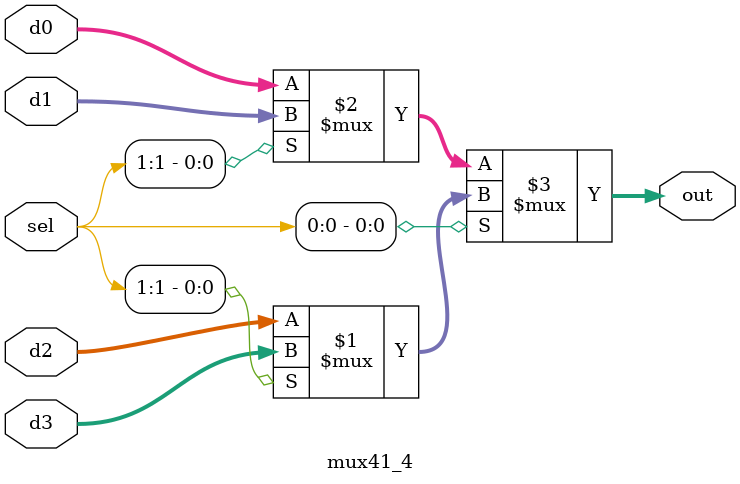
<source format=v>
module mux41_4(
    input [3:0] d0, d1, d2, d3,
    input [1:0] sel,
    output [3:0] out
);
    assign out = (sel[0]) ? (sel[1] ? d3 : d2) : (sel[1] ? d1 : d0);
endmodule
</source>
